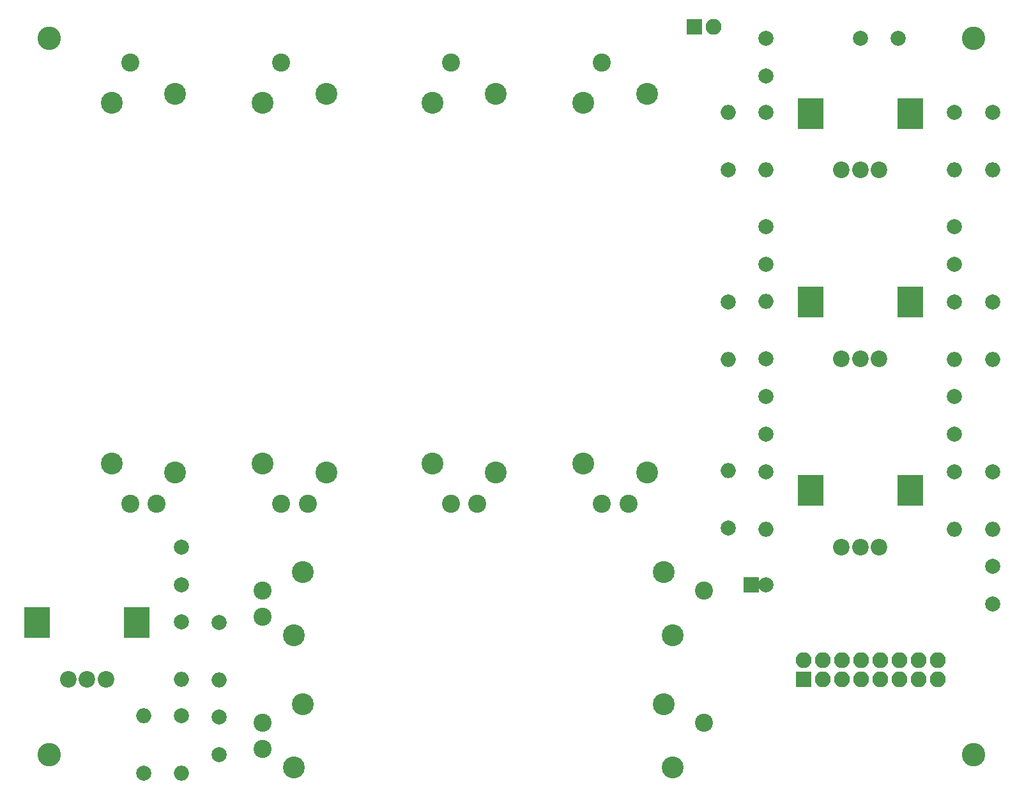
<source format=gbr>
%TF.GenerationSoftware,KiCad,Pcbnew,4.0.6+dfsg1-1*%
%TF.CreationDate,2017-11-25T00:29:13-07:00*%
%TF.ProjectId,colordance_mini,636F6C6F7264616E63655F6D696E692E,rev?*%
%TF.FileFunction,Soldermask,Top*%
%FSLAX46Y46*%
G04 Gerber Fmt 4.6, Leading zero omitted, Abs format (unit mm)*
G04 Created by KiCad (PCBNEW 4.0.6+dfsg1-1) date Sat Nov 25 00:29:13 2017*
%MOMM*%
%LPD*%
G01*
G04 APERTURE LIST*
%ADD10C,0.100000*%
%ADD11R,2.100000X2.100000*%
%ADD12O,2.100000X2.100000*%
%ADD13C,2.400000*%
%ADD14C,2.900000*%
%ADD15C,3.100000*%
%ADD16C,2.000000*%
%ADD17O,2.000000X2.000000*%
%ADD18R,3.400000X4.100000*%
%ADD19C,2.200000*%
%ADD20R,2.000000X2.000000*%
G04 APERTURE END LIST*
D10*
D11*
X162500000Y-107500000D03*
D12*
X162500000Y-104960000D03*
X165040000Y-107500000D03*
X165040000Y-104960000D03*
X167580000Y-107500000D03*
X167580000Y-104960000D03*
X170120000Y-107500000D03*
X170120000Y-104960000D03*
X172660000Y-107500000D03*
X172660000Y-104960000D03*
X175200000Y-107500000D03*
X175200000Y-104960000D03*
X177740000Y-107500000D03*
X177740000Y-104960000D03*
X180280000Y-107500000D03*
X180280000Y-104960000D03*
D13*
X149250000Y-113250000D03*
X90750000Y-116750000D03*
D14*
X143900000Y-110800000D03*
X96100000Y-110800000D03*
X145100000Y-119200000D03*
X94900000Y-119200000D03*
D13*
X90750000Y-113250000D03*
X149250000Y-95750000D03*
X90750000Y-99250000D03*
D14*
X143900000Y-93300000D03*
X96100000Y-93300000D03*
X145100000Y-101700000D03*
X94900000Y-101700000D03*
D13*
X90750000Y-95750000D03*
X93250000Y-25750000D03*
X96750000Y-84250000D03*
D14*
X90800000Y-31100000D03*
X90800000Y-78900000D03*
X99200000Y-29900000D03*
X99200000Y-80100000D03*
D13*
X93250000Y-84250000D03*
D15*
X62500000Y-22500000D03*
X62500000Y-117500000D03*
X185000000Y-22500000D03*
D16*
X85000000Y-117500000D03*
X85000000Y-112500000D03*
X157500000Y-27500000D03*
X157500000Y-22500000D03*
X80000000Y-90000000D03*
X80000000Y-95000000D03*
X175000000Y-22500000D03*
X170000000Y-22500000D03*
X157500000Y-52500000D03*
X157500000Y-47500000D03*
X157500000Y-75000000D03*
X157500000Y-70000000D03*
X182500000Y-52500000D03*
X182500000Y-47500000D03*
X182500000Y-75000000D03*
X182500000Y-70000000D03*
X80000000Y-112380000D03*
D17*
X80000000Y-120000000D03*
D16*
X152500000Y-40000000D03*
D17*
X152500000Y-32380000D03*
D16*
X75000000Y-120000000D03*
D17*
X75000000Y-112380000D03*
D16*
X157500000Y-32380000D03*
D17*
X157500000Y-40000000D03*
D16*
X85000000Y-100000000D03*
D17*
X85000000Y-107620000D03*
D16*
X187500000Y-32380000D03*
D17*
X187500000Y-40000000D03*
D16*
X80000000Y-99880000D03*
D17*
X80000000Y-107500000D03*
D16*
X182500000Y-32380000D03*
D17*
X182500000Y-40000000D03*
D16*
X157500000Y-65000000D03*
D17*
X157500000Y-57380000D03*
D16*
X152500000Y-87500000D03*
D17*
X152500000Y-79880000D03*
D16*
X152500000Y-57500000D03*
D17*
X152500000Y-65120000D03*
D16*
X157500000Y-80000000D03*
D17*
X157500000Y-87620000D03*
D16*
X187500000Y-57500000D03*
D17*
X187500000Y-65120000D03*
D16*
X187500000Y-80000000D03*
D17*
X187500000Y-87620000D03*
D16*
X182500000Y-57500000D03*
D17*
X182500000Y-65120000D03*
D16*
X182500000Y-80000000D03*
D17*
X182500000Y-87620000D03*
D13*
X115750000Y-25750000D03*
X119250000Y-84250000D03*
D14*
X113300000Y-31100000D03*
X113300000Y-78900000D03*
X121700000Y-29900000D03*
X121700000Y-80100000D03*
D13*
X115750000Y-84250000D03*
X73250000Y-25750000D03*
X76750000Y-84250000D03*
D14*
X70800000Y-31100000D03*
X70800000Y-78900000D03*
X79200000Y-29900000D03*
X79200000Y-80100000D03*
D13*
X73250000Y-84250000D03*
X135750000Y-25750000D03*
X139250000Y-84250000D03*
D14*
X133300000Y-31100000D03*
X133300000Y-78900000D03*
X141700000Y-29900000D03*
X141700000Y-80100000D03*
D13*
X135750000Y-84250000D03*
D18*
X60900000Y-100000000D03*
X74100000Y-100000000D03*
D19*
X67500000Y-107500000D03*
X65000000Y-107500000D03*
X70000000Y-107500000D03*
D18*
X163400000Y-32500000D03*
X176600000Y-32500000D03*
D19*
X170000000Y-40000000D03*
X167500000Y-40000000D03*
X172500000Y-40000000D03*
D18*
X163400000Y-57500000D03*
X176600000Y-57500000D03*
D19*
X170000000Y-65000000D03*
X167500000Y-65000000D03*
X172500000Y-65000000D03*
D18*
X163400000Y-82500000D03*
X176600000Y-82500000D03*
D19*
X170000000Y-90000000D03*
X167500000Y-90000000D03*
X172500000Y-90000000D03*
D16*
X187500000Y-92500000D03*
X187500000Y-97500000D03*
D20*
X155500000Y-95000000D03*
D16*
X157500000Y-95000000D03*
D15*
X185000000Y-117500000D03*
D11*
X148000000Y-21000000D03*
D12*
X150540000Y-21000000D03*
M02*

</source>
